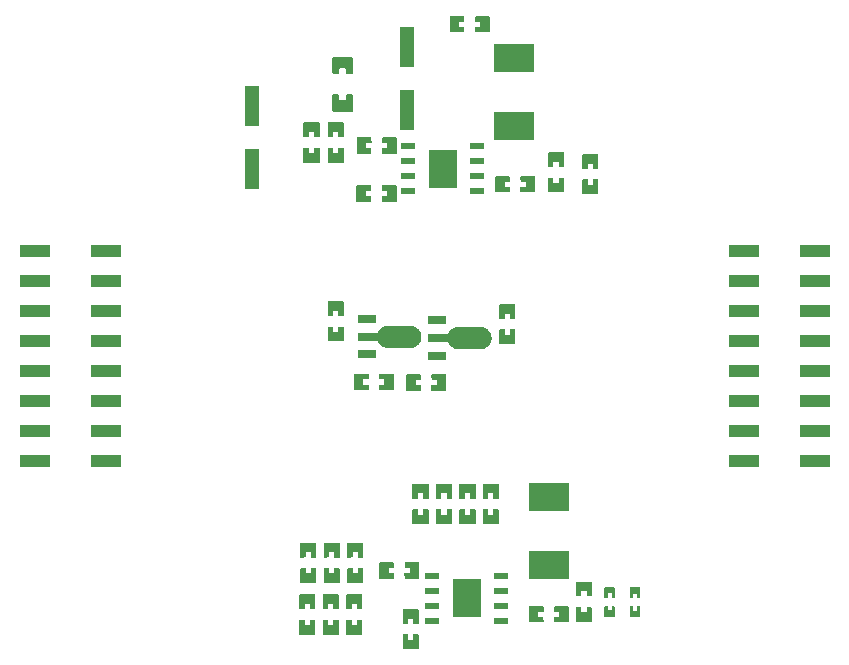
<source format=gtp>
G04 Layer: TopPasteMaskLayer*
G04 EasyEDA Pro v2.1.21.9b64d12f.b3811b, 2024-07-11 20:19:00*
G04 Gerber Generator version 0.3*
G04 Scale: 100 percent, Rotated: No, Reflected: No*
G04 Dimensions in millimeters*
G04 Leading zeros omitted, absolute positions, 3 integers and 3 decimals*
%FSLAX33Y33*%
%MOMM*%
%ADD10R,1.2X3.5*%
%ADD11R,3.5X2.35*%
%ADD12R,1.2X3.5*%
%ADD13R,1.2X0.6*%
%ADD14R,2.4X3.3*%
%ADD15R,1.575X0.672*%
%ADD16R,2.5X1.02*%
%ADD17R,2.5092X1.02*%
%ADD18R,2.5X1.02*%
G75*


G04 PolygonModel Start*
G36*
G01X64546Y-36015D02*
G01X65826Y-36015D01*
G01X65876Y-36065D01*
G01Y-37215D01*
G01X65826Y-37265D01*
G01X65416Y-37270D01*
G01Y-36820D01*
G01X64966D01*
G01Y-37260D01*
G01X64546Y-37265D01*
G01X64496Y-37215D01*
G01Y-36065D01*
G01X64546Y-36015D01*
G37*
G36*
G01X64546Y-38165D02*
G01X64966Y-38165D01*
G01Y-38610D01*
G01X65416D01*
G01Y-38170D01*
G01X65826Y-38165D01*
G01X65876Y-38215D01*
G01Y-39365D01*
G01X65826Y-39415D01*
G01X64546D01*
G01X64496Y-39365D01*
G01Y-38215D01*
G01X64546Y-38165D01*
G37*
G36*
G01X66592Y-36015D02*
G01X67872Y-36015D01*
G01X67922Y-36065D01*
G01Y-37215D01*
G01X67872Y-37265D01*
G01X67462Y-37270D01*
G01Y-36820D01*
G01X67012D01*
G01Y-37260D01*
G01X66592Y-37265D01*
G01X66542Y-37215D01*
G01Y-36065D01*
G01X66592Y-36015D01*
G37*
G36*
G01X66592Y-38165D02*
G01X67012Y-38165D01*
G01Y-38610D01*
G01X67462D01*
G01Y-38170D01*
G01X67872Y-38165D01*
G01X67922Y-38215D01*
G01Y-39365D01*
G01X67872Y-39415D01*
G01X66592D01*
G01X66542Y-39365D01*
G01Y-38215D01*
G01X66592Y-38165D01*
G37*
G36*
G01X68980Y-42677D02*
G01X68980Y-41397D01*
G01X69030Y-41347D01*
G01X70180D01*
G01X70230Y-41397D01*
G01X70235Y-41807D01*
G01X69785D01*
G01Y-42257D01*
G01X70225D01*
G01X70230Y-42677D01*
G01X70180Y-42727D01*
G01X69030D01*
G01X68980Y-42677D01*
G37*
G36*
G01X71130Y-42677D02*
G01X71130Y-42257D01*
G01X71575D01*
G01Y-41807D01*
G01X71135D01*
G01X71130Y-41397D01*
G01X71180Y-41347D01*
G01X72330D01*
G01X72380Y-41397D01*
G01Y-42677D01*
G01X72330Y-42727D01*
G01X71180D01*
G01X71130Y-42677D01*
G37*
G36*
G01X69005Y-38593D02*
G01X69005Y-37313D01*
G01X69055Y-37263D01*
G01X70205D01*
G01X70255Y-37313D01*
G01X70260Y-37723D01*
G01X69810D01*
G01Y-38173D01*
G01X70250D01*
G01X70255Y-38593D01*
G01X70205Y-38643D01*
G01X69055D01*
G01X69005Y-38593D01*
G37*
G36*
G01X71155Y-38593D02*
G01X71155Y-38173D01*
G01X71600D01*
G01Y-37723D01*
G01X71160D01*
G01X71155Y-37313D01*
G01X71205Y-37263D01*
G01X72355D01*
G01X72405Y-37313D01*
G01Y-38593D01*
G01X72355Y-38643D01*
G01X71205D01*
G01X71155Y-38593D01*
G37*
G36*
G01X68582Y-31916D02*
G01X68212Y-31916D01*
G01X68112Y-31816D01*
G01Y-31511D01*
G01X68012Y-31411D01*
G01X67624D01*
G01X67524Y-31511D01*
G01Y-31816D01*
G01X67424Y-31916D01*
G01X67054D01*
G01X66954Y-31816D01*
G01Y-30531D01*
G01X67054Y-30431D01*
G01X68582D01*
G01X68682Y-30531D01*
G01Y-31816D01*
G01X68582Y-31916D01*
G37*
G36*
G01X68582Y-33616D02*
G01X68212Y-33616D01*
G01X68112Y-33716D01*
G01Y-34021D01*
G01X68012Y-34121D01*
G01X67624D01*
G01X67524Y-34021D01*
G01Y-33716D01*
G01X67424Y-33616D01*
G01X67054D01*
G01X66954Y-33716D01*
G01Y-35001D01*
G01X67054Y-35101D01*
G01X68582D01*
G01X68682Y-35001D01*
G01Y-33716D01*
G01X68582Y-33616D01*
G37*
G36*
G01X80720Y-41886D02*
G01X80720Y-40606D01*
G01X80770Y-40556D01*
G01X81920D01*
G01X81970Y-40606D01*
G01X81975Y-41016D01*
G01X81525D01*
G01Y-41466D01*
G01X81965D01*
G01X81970Y-41886D01*
G01X81920Y-41936D01*
G01X80770D01*
G01X80720Y-41886D01*
G37*
G36*
G01X82870Y-41886D02*
G01X82870Y-41466D01*
G01X83315D01*
G01Y-41016D01*
G01X82875D01*
G01X82870Y-40606D01*
G01X82920Y-40556D01*
G01X84070D01*
G01X84120Y-40606D01*
G01Y-41886D01*
G01X84070Y-41936D01*
G01X82920D01*
G01X82870Y-41886D01*
G37*
G36*
G01X80269Y-27046D02*
G01X80269Y-28326D01*
G01X80219Y-28376D01*
G01X79069D01*
G01X79019Y-28326D01*
G01X79014Y-27916D01*
G01X79464D01*
G01Y-27466D01*
G01X79024D01*
G01X79019Y-27046D01*
G01X79069Y-26996D01*
G01X80219D01*
G01X80269Y-27046D01*
G37*
G36*
G01X78119Y-27046D02*
G01X78119Y-27466D01*
G01X77674D01*
G01Y-27916D01*
G01X78114D01*
G01X78119Y-28326D01*
G01X78069Y-28376D01*
G01X76919D01*
G01X76869Y-28326D01*
G01Y-27046D01*
G01X76919Y-26996D01*
G01X78069D01*
G01X78119Y-27046D01*
G37*
G36*
G01X66592Y-51157D02*
G01X67872Y-51157D01*
G01X67922Y-51207D01*
G01Y-52357D01*
G01X67872Y-52407D01*
G01X67462Y-52412D01*
G01Y-51962D01*
G01X67012D01*
G01Y-52402D01*
G01X66592Y-52407D01*
G01X66542Y-52357D01*
G01Y-51207D01*
G01X66592Y-51157D01*
G37*
G36*
G01X66592Y-53307D02*
G01X67012Y-53307D01*
G01Y-53752D01*
G01X67462D01*
G01Y-53312D01*
G01X67872Y-53307D01*
G01X67922Y-53357D01*
G01Y-54507D01*
G01X67872Y-54557D01*
G01X66592D01*
G01X66542Y-54507D01*
G01Y-53357D01*
G01X66592Y-53307D01*
G37*
G36*
G01X68764Y-58619D02*
G01X68764Y-57339D01*
G01X68814Y-57289D01*
G01X69964D01*
G01X70014Y-57339D01*
G01X70019Y-57749D01*
G01X69569D01*
G01Y-58199D01*
G01X70009D01*
G01X70014Y-58619D01*
G01X69964Y-58669D01*
G01X68814D01*
G01X68764Y-58619D01*
G37*
G36*
G01X70914Y-58619D02*
G01X70914Y-58199D01*
G01X71359D01*
G01Y-57749D01*
G01X70919D01*
G01X70914Y-57339D01*
G01X70964Y-57289D01*
G01X72114D01*
G01X72164Y-57339D01*
G01Y-58619D01*
G01X72114Y-58669D01*
G01X70964D01*
G01X70914Y-58619D01*
G37*
G36*
G01X81113Y-51383D02*
G01X82393Y-51383D01*
G01X82443Y-51433D01*
G01Y-52583D01*
G01X82393Y-52633D01*
G01X81983Y-52638D01*
G01Y-52188D01*
G01X81533D01*
G01Y-52628D01*
G01X81113Y-52633D01*
G01X81063Y-52583D01*
G01Y-51433D01*
G01X81113Y-51383D01*
G37*
G36*
G01X81113Y-53533D02*
G01X81533Y-53533D01*
G01Y-53978D01*
G01X81983D01*
G01Y-53538D01*
G01X82393Y-53533D01*
G01X82443Y-53583D01*
G01Y-54733D01*
G01X82393Y-54783D01*
G01X81113D01*
G01X81063Y-54733D01*
G01Y-53583D01*
G01X81113Y-53533D01*
G37*
G36*
G01X76587Y-57379D02*
G01X76587Y-58659D01*
G01X76537Y-58709D01*
G01X75387D01*
G01X75337Y-58659D01*
G01X75332Y-58249D01*
G01X75782D01*
G01Y-57799D01*
G01X75342D01*
G01X75337Y-57379D01*
G01X75387Y-57329D01*
G01X76537D01*
G01X76587Y-57379D01*
G37*
G36*
G01X74437Y-57379D02*
G01X74437Y-57799D01*
G01X73992D01*
G01Y-58249D01*
G01X74432D01*
G01X74437Y-58659D01*
G01X74387Y-58709D01*
G01X73237D01*
G01X73187Y-58659D01*
G01Y-57379D01*
G01X73237Y-57329D01*
G01X74387D01*
G01X74437Y-57379D01*
G37*
G36*
G01X65543Y-74999D02*
G01X64263Y-74999D01*
G01X64213Y-74949D01*
G01Y-73799D01*
G01X64263Y-73749D01*
G01X64673Y-73744D01*
G01Y-74194D01*
G01X65123D01*
G01Y-73754D01*
G01X65543Y-73749D01*
G01X65593Y-73799D01*
G01Y-74949D01*
G01X65543Y-74999D01*
G37*
G36*
G01X65543Y-72849D02*
G01X65123Y-72849D01*
G01Y-72404D01*
G01X64673D01*
G01Y-72844D01*
G01X64263Y-72849D01*
G01X64213Y-72799D01*
G01Y-71649D01*
G01X64263Y-71599D01*
G01X65543D01*
G01X65593Y-71649D01*
G01Y-72799D01*
G01X65543Y-72849D01*
G37*
G36*
G01X67532Y-74999D02*
G01X66252Y-74999D01*
G01X66202Y-74949D01*
G01Y-73799D01*
G01X66252Y-73749D01*
G01X66662Y-73744D01*
G01Y-74194D01*
G01X67112D01*
G01Y-73754D01*
G01X67532Y-73749D01*
G01X67582Y-73799D01*
G01Y-74949D01*
G01X67532Y-74999D01*
G37*
G36*
G01X67532Y-72849D02*
G01X67112Y-72849D01*
G01Y-72404D01*
G01X66662D01*
G01Y-72844D01*
G01X66252Y-72849D01*
G01X66202Y-72799D01*
G01Y-71649D01*
G01X66252Y-71599D01*
G01X67532D01*
G01X67582Y-71649D01*
G01Y-72799D01*
G01X67532Y-72849D01*
G37*
G36*
G01X69521Y-74999D02*
G01X68241Y-74999D01*
G01X68191Y-74949D01*
G01Y-73799D01*
G01X68241Y-73749D01*
G01X68651Y-73744D01*
G01Y-74194D01*
G01X69101D01*
G01Y-73754D01*
G01X69521Y-73749D01*
G01X69571Y-73799D01*
G01Y-74949D01*
G01X69521Y-74999D01*
G37*
G36*
G01X69521Y-72849D02*
G01X69101Y-72849D01*
G01Y-72404D01*
G01X68651D01*
G01Y-72844D01*
G01X68241Y-72849D01*
G01X68191Y-72799D01*
G01Y-71649D01*
G01X68241Y-71599D01*
G01X69521D01*
G01X69571Y-71649D01*
G01Y-72799D01*
G01X69521Y-72849D01*
G37*
G36*
G01X68156Y-75967D02*
G01X69436Y-75967D01*
G01X69486Y-76017D01*
G01Y-77167D01*
G01X69436Y-77217D01*
G01X69026Y-77222D01*
G01Y-76772D01*
G01X68576D01*
G01Y-77212D01*
G01X68156Y-77217D01*
G01X68106Y-77167D01*
G01Y-76017D01*
G01X68156Y-75967D01*
G37*
G36*
G01X68156Y-78117D02*
G01X68576Y-78117D01*
G01Y-78562D01*
G01X69026D01*
G01Y-78122D01*
G01X69436Y-78117D01*
G01X69486Y-78167D01*
G01Y-79317D01*
G01X69436Y-79367D01*
G01X68156D01*
G01X68106Y-79317D01*
G01Y-78167D01*
G01X68156Y-78117D01*
G37*
G36*
G01X66167Y-75967D02*
G01X67447Y-75967D01*
G01X67497Y-76017D01*
G01Y-77167D01*
G01X67447Y-77217D01*
G01X67037Y-77222D01*
G01Y-76772D01*
G01X66587D01*
G01Y-77212D01*
G01X66167Y-77217D01*
G01X66117Y-77167D01*
G01Y-76017D01*
G01X66167Y-75967D01*
G37*
G36*
G01X66167Y-78117D02*
G01X66587Y-78117D01*
G01Y-78562D01*
G01X67037D01*
G01Y-78122D01*
G01X67447Y-78117D01*
G01X67497Y-78167D01*
G01Y-79317D01*
G01X67447Y-79367D01*
G01X66167D01*
G01X66117Y-79317D01*
G01Y-78167D01*
G01X66167Y-78117D01*
G37*
G36*
G01X64178Y-75967D02*
G01X65458Y-75967D01*
G01X65508Y-76017D01*
G01Y-77167D01*
G01X65458Y-77217D01*
G01X65048Y-77222D01*
G01Y-76772D01*
G01X64598D01*
G01Y-77212D01*
G01X64178Y-77217D01*
G01X64128Y-77167D01*
G01Y-76017D01*
G01X64178Y-75967D01*
G37*
G36*
G01X64178Y-78117D02*
G01X64598Y-78117D01*
G01Y-78562D01*
G01X65048D01*
G01Y-78122D01*
G01X65458Y-78117D01*
G01X65508Y-78167D01*
G01Y-79317D01*
G01X65458Y-79367D01*
G01X64178D01*
G01X64128Y-79317D01*
G01Y-78167D01*
G01X64178Y-78117D01*
G37*
G36*
G01X74307Y-73312D02*
G01X74307Y-74592D01*
G01X74257Y-74642D01*
G01X73107D01*
G01X73057Y-74592D01*
G01X73052Y-74182D01*
G01X73502D01*
G01Y-73732D01*
G01X73062D01*
G01X73057Y-73312D01*
G01X73107Y-73262D01*
G01X74257D01*
G01X74307Y-73312D01*
G37*
G36*
G01X72157Y-73312D02*
G01X72157Y-73732D01*
G01X71712D01*
G01Y-74182D01*
G01X72152D01*
G01X72157Y-74592D01*
G01X72107Y-74642D01*
G01X70957D01*
G01X70907Y-74592D01*
G01Y-73312D01*
G01X70957Y-73262D01*
G01X72107D01*
G01X72157Y-73312D01*
G37*
G36*
G01X86977Y-77017D02*
G01X86977Y-78297D01*
G01X86927Y-78347D01*
G01X85777D01*
G01X85727Y-78297D01*
G01X85722Y-77887D01*
G01X86172D01*
G01Y-77437D01*
G01X85732D01*
G01X85727Y-77017D01*
G01X85777Y-76967D01*
G01X86927D01*
G01X86977Y-77017D01*
G37*
G36*
G01X84827Y-77017D02*
G01X84827Y-77437D01*
G01X84382D01*
G01Y-77887D01*
G01X84822D01*
G01X84827Y-78297D01*
G01X84777Y-78347D01*
G01X83627D01*
G01X83577Y-78297D01*
G01Y-77017D01*
G01X83627Y-76967D01*
G01X84777D01*
G01X84827Y-77017D01*
G37*
G36*
G01X75054Y-70012D02*
G01X73774Y-70012D01*
G01X73724Y-69962D01*
G01Y-68812D01*
G01X73774Y-68762D01*
G01X74184Y-68757D01*
G01Y-69207D01*
G01X74634D01*
G01Y-68767D01*
G01X75054Y-68762D01*
G01X75104Y-68812D01*
G01Y-69962D01*
G01X75054Y-70012D01*
G37*
G36*
G01X75054Y-67862D02*
G01X74634Y-67862D01*
G01Y-67417D01*
G01X74184D01*
G01Y-67857D01*
G01X73774Y-67862D01*
G01X73724Y-67812D01*
G01Y-66662D01*
G01X73774Y-66612D01*
G01X75054D01*
G01X75104Y-66662D01*
G01Y-67812D01*
G01X75054Y-67862D01*
G37*
G36*
G01X81003Y-70012D02*
G01X79723Y-70012D01*
G01X79673Y-69962D01*
G01Y-68812D01*
G01X79723Y-68762D01*
G01X80133Y-68757D01*
G01Y-69207D01*
G01X80583D01*
G01Y-68767D01*
G01X81003Y-68762D01*
G01X81053Y-68812D01*
G01Y-69962D01*
G01X81003Y-70012D01*
G37*
G36*
G01X81003Y-67862D02*
G01X80583Y-67862D01*
G01Y-67417D01*
G01X80133D01*
G01Y-67857D01*
G01X79723Y-67862D01*
G01X79673Y-67812D01*
G01Y-66662D01*
G01X79723Y-66612D01*
G01X81003D01*
G01X81053Y-66662D01*
G01Y-67812D01*
G01X81003Y-67862D01*
G37*
G36*
G01X77037Y-70012D02*
G01X75757Y-70012D01*
G01X75707Y-69962D01*
G01Y-68812D01*
G01X75757Y-68762D01*
G01X76167Y-68757D01*
G01Y-69207D01*
G01X76617D01*
G01Y-68767D01*
G01X77037Y-68762D01*
G01X77087Y-68812D01*
G01Y-69962D01*
G01X77037Y-70012D01*
G37*
G36*
G01X77037Y-67862D02*
G01X76617Y-67862D01*
G01Y-67417D01*
G01X76167D01*
G01Y-67857D01*
G01X75757Y-67862D01*
G01X75707Y-67812D01*
G01Y-66662D01*
G01X75757Y-66612D01*
G01X77037D01*
G01X77087Y-66662D01*
G01Y-67812D01*
G01X77037Y-67862D01*
G37*
G36*
G01X79020Y-70012D02*
G01X77740Y-70012D01*
G01X77690Y-69962D01*
G01Y-68812D01*
G01X77740Y-68762D01*
G01X78150Y-68757D01*
G01Y-69207D01*
G01X78600D01*
G01Y-68767D01*
G01X79020Y-68762D01*
G01X79070Y-68812D01*
G01Y-69962D01*
G01X79020Y-70012D01*
G37*
G36*
G01X79020Y-67862D02*
G01X78600Y-67862D01*
G01Y-67417D01*
G01X78150D01*
G01Y-67857D01*
G01X77740Y-67862D01*
G01X77690Y-67812D01*
G01Y-66662D01*
G01X77740Y-66612D01*
G01X79020D01*
G01X79070Y-66662D01*
G01Y-67812D01*
G01X79020Y-67862D01*
G37*
G36*
G01X92133Y-75415D02*
G01X92133Y-76215D01*
G01X92183Y-76265D01*
G01X92411D01*
G01Y-75895D01*
G01X92741D01*
G01Y-76265D01*
G01X92983D01*
G01X93033Y-76215D01*
G01Y-75415D01*
G01X92983Y-75365D01*
G01X92183D01*
G01X92133Y-75415D01*
G37*
G36*
G01X92183Y-76965D02*
G01X92411Y-76965D01*
G01Y-77345D01*
G01X92741D01*
G01Y-76965D01*
G01X92983D01*
G01X93033Y-77015D01*
G01Y-77805D01*
G01X92983Y-77855D01*
G01X92183D01*
G01X92133Y-77805D01*
G01Y-77015D01*
G01X92183Y-76965D01*
G37*
G36*
G01X90874Y-77805D02*
G01X90874Y-77005D01*
G01X90824Y-76955D01*
G01X90596D01*
G01Y-77325D01*
G01X90266D01*
G01Y-76955D01*
G01X90024D01*
G01X89974Y-77005D01*
G01Y-77805D01*
G01X90024Y-77855D01*
G01X90824D01*
G01X90874Y-77805D01*
G37*
G36*
G01X90824Y-76255D02*
G01X90596Y-76255D01*
G01Y-75875D01*
G01X90266D01*
G01Y-76255D01*
G01X90024D01*
G01X89974Y-76205D01*
G01Y-75415D01*
G01X90024Y-75365D01*
G01X90824D01*
G01X90874Y-75415D01*
G01Y-76205D01*
G01X90824Y-76255D01*
G37*
G36*
G01X88133Y-38686D02*
G01X89413Y-38686D01*
G01X89463Y-38736D01*
G01Y-39886D01*
G01X89413Y-39936D01*
G01X89003Y-39941D01*
G01Y-39491D01*
G01X88553D01*
G01Y-39931D01*
G01X88133Y-39936D01*
G01X88083Y-39886D01*
G01Y-38736D01*
G01X88133Y-38686D01*
G37*
G36*
G01X88133Y-40836D02*
G01X88553Y-40836D01*
G01Y-41281D01*
G01X89003D01*
G01Y-40841D01*
G01X89413Y-40836D01*
G01X89463Y-40886D01*
G01Y-42036D01*
G01X89413Y-42086D01*
G01X88133D01*
G01X88083Y-42036D01*
G01Y-40886D01*
G01X88133Y-40836D01*
G37*
G36*
G01X74235Y-80607D02*
G01X72955Y-80607D01*
G01X72905Y-80557D01*
G01Y-79407D01*
G01X72955Y-79357D01*
G01X73365Y-79352D01*
G01Y-79802D01*
G01X73815D01*
G01Y-79362D01*
G01X74235Y-79357D01*
G01X74285Y-79407D01*
G01Y-80557D01*
G01X74235Y-80607D01*
G37*
G36*
G01X74235Y-78457D02*
G01X73815Y-78457D01*
G01Y-78012D01*
G01X73365D01*
G01Y-78452D01*
G01X72955Y-78457D01*
G01X72905Y-78407D01*
G01Y-77257D01*
G01X72955Y-77207D01*
G01X74235D01*
G01X74285Y-77257D01*
G01Y-78407D01*
G01X74235Y-78457D01*
G37*
G36*
G01X86537Y-41928D02*
G01X85257Y-41928D01*
G01X85207Y-41878D01*
G01Y-40728D01*
G01X85257Y-40678D01*
G01X85667Y-40673D01*
G01Y-41123D01*
G01X86117D01*
G01Y-40683D01*
G01X86537Y-40678D01*
G01X86587Y-40728D01*
G01Y-41878D01*
G01X86537Y-41928D01*
G37*
G36*
G01X86537Y-39778D02*
G01X86117Y-39778D01*
G01Y-39333D01*
G01X85667D01*
G01Y-39773D01*
G01X85257Y-39778D01*
G01X85207Y-39728D01*
G01Y-38578D01*
G01X85257Y-38528D01*
G01X86537D01*
G01X86587Y-38578D01*
G01Y-39728D01*
G01X86537Y-39778D01*
G37*
G36*
G01X88886Y-78285D02*
G01X87606Y-78285D01*
G01X87556Y-78235D01*
G01Y-77085D01*
G01X87606Y-77035D01*
G01X88016Y-77030D01*
G01Y-77480D01*
G01X88466D01*
G01Y-77040D01*
G01X88886Y-77035D01*
G01X88936Y-77085D01*
G01Y-78235D01*
G01X88886Y-78285D01*
G37*
G36*
G01X88886Y-76135D02*
G01X88466Y-76135D01*
G01Y-75690D01*
G01X88016D01*
G01Y-76130D01*
G01X87606Y-76135D01*
G01X87556Y-76085D01*
G01Y-74935D01*
G01X87606Y-74885D01*
G01X88886D01*
G01X88936Y-74935D01*
G01Y-76085D01*
G01X88886Y-76135D01*
G37*
G04 PolygonModel End*

G04 Pad Start*
G54D10*
G01X60119Y-39934D03*
G01X60119Y-34594D03*
G54D11*
G01X82347Y-36276D03*
G01X82347Y-30576D03*
G54D12*
G01X73279Y-29588D03*
G01X73279Y-34928D03*
G54D13*
G01X73392Y-38025D03*
G01X73392Y-39295D03*
G01X73392Y-40565D03*
G01X73392Y-41835D03*
G01X79208Y-41835D03*
G01X79208Y-40565D03*
G01X79208Y-39295D03*
G01X79208Y-38025D03*
G54D14*
G01X76300Y-39930D03*
G54D15*
G01X75842Y-52763D03*
G01X75842Y-55763D03*
G36*
G01X79481Y-55213D02*
G01X77627Y-55213D01*
G01X77582Y-55212D01*
G01X77538Y-55209D01*
G01X77494Y-55203D01*
G01X77450Y-55196D01*
G01X77406Y-55187D01*
G01X77363Y-55175D01*
G01X77321Y-55162D01*
G01X77279Y-55147D01*
G01X77238Y-55129D01*
G01X77198Y-55110D01*
G01X77158Y-55089D01*
G01X77120Y-55066D01*
G01X77083Y-55042D01*
G01X77047Y-55015D01*
G01X77013Y-54987D01*
G01X76979Y-54958D01*
G01X76947Y-54927D01*
G01X76917Y-54894D01*
G01X76888Y-54860D01*
G01X76861Y-54825D01*
G01X76835Y-54788D01*
G01X76812Y-54751D01*
G01X76790Y-54712D01*
G01X76770Y-54672D01*
G01X76751Y-54593D01*
G01X75054D01*
G01Y-53933D01*
G01X76751D01*
G01X76770Y-53854D01*
G01X76790Y-53814D01*
G01X76812Y-53775D01*
G01X76835Y-53737D01*
G01X76861Y-53701D01*
G01X76888Y-53666D01*
G01X76917Y-53632D01*
G01X76947Y-53599D01*
G01X76979Y-53568D01*
G01X77013Y-53538D01*
G01X77047Y-53510D01*
G01X77083Y-53484D01*
G01X77120Y-53459D01*
G01X77158Y-53436D01*
G01X77198Y-53415D01*
G01X77238Y-53396D01*
G01X77279Y-53379D01*
G01X77321Y-53364D01*
G01X77363Y-53350D01*
G01X77406Y-53339D01*
G01X77450Y-53329D01*
G01X77494Y-53322D01*
G01X77538Y-53317D01*
G01X77582Y-53314D01*
G01X77627Y-53313D01*
G01X79481D01*
G01X79526Y-53314D01*
G01X79570Y-53317D01*
G01X79614Y-53322D01*
G01X79658Y-53329D01*
G01X79702Y-53339D01*
G01X79745Y-53350D01*
G01X79787Y-53364D01*
G01X79829Y-53379D01*
G01X79870Y-53396D01*
G01X79910Y-53415D01*
G01X79950Y-53436D01*
G01X79988Y-53459D01*
G01X80025Y-53484D01*
G01X80061Y-53510D01*
G01X80096Y-53538D01*
G01X80129Y-53568D01*
G01X80161Y-53599D01*
G01X80191Y-53632D01*
G01X80220Y-53666D01*
G01X80247Y-53701D01*
G01X80273Y-53737D01*
G01X80296Y-53775D01*
G01X80318Y-53814D01*
G01X80338Y-53854D01*
G01X80357Y-53894D01*
G01X80373Y-53936D01*
G01X80387Y-53978D01*
G01X80400Y-54021D01*
G01X80410Y-54064D01*
G01X80418Y-54108D01*
G01X80425Y-54152D01*
G01X80429Y-54196D01*
G01X80431Y-54241D01*
G01Y-54285D01*
G01X80429Y-54330D01*
G01X80425Y-54374D01*
G01X80418Y-54418D01*
G01X80410Y-54462D01*
G01X80400Y-54505D01*
G01X80387Y-54548D01*
G01X80373Y-54590D01*
G01X80357Y-54632D01*
G01X80338Y-54672D01*
G01X80318Y-54712D01*
G01X80296Y-54751D01*
G01X80273Y-54788D01*
G01X80247Y-54825D01*
G01X80220Y-54860D01*
G01X80191Y-54894D01*
G01X80161Y-54927D01*
G01X80129Y-54958D01*
G01X80096Y-54987D01*
G01X80061Y-55015D01*
G01X80025Y-55042D01*
G01X79988Y-55066D01*
G01X79950Y-55089D01*
G01X79910Y-55110D01*
G01X79870Y-55129D01*
G01X79829Y-55147D01*
G01X79787Y-55162D01*
G01X79745Y-55175D01*
G01X79702Y-55187D01*
G01X79658Y-55196D01*
G01X79614Y-55203D01*
G01X79570Y-55209D01*
G01X79526Y-55212D01*
G01X79481Y-55213D01*
G37*
G01X69895Y-52658D03*
G01X69895Y-55658D03*
G36*
G01X73534Y-55108D02*
G01X71680Y-55108D01*
G01X71635Y-55107D01*
G01X71591Y-55104D01*
G01X71547Y-55099D01*
G01X71503Y-55091D01*
G01X71459Y-55082D01*
G01X71416Y-55071D01*
G01X71374Y-55057D01*
G01X71332Y-55042D01*
G01X71291Y-55025D01*
G01X71251Y-55006D01*
G01X71211Y-54985D01*
G01X71173Y-54962D01*
G01X71136Y-54937D01*
G01X71100Y-54911D01*
G01X71066Y-54883D01*
G01X71032Y-54853D01*
G01X71000Y-54822D01*
G01X70970Y-54789D01*
G01X70941Y-54755D01*
G01X70914Y-54720D01*
G01X70889Y-54684D01*
G01X70865Y-54646D01*
G01X70843Y-54607D01*
G01X70823Y-54567D01*
G01X70804Y-54488D01*
G01X69107D01*
G01Y-53828D01*
G01X70804D01*
G01X70823Y-53749D01*
G01X70843Y-53709D01*
G01X70865Y-53670D01*
G01X70889Y-53633D01*
G01X70914Y-53596D01*
G01X70941Y-53561D01*
G01X70970Y-53527D01*
G01X71000Y-53494D01*
G01X71032Y-53463D01*
G01X71066Y-53434D01*
G01X71100Y-53406D01*
G01X71136Y-53379D01*
G01X71173Y-53355D01*
G01X71211Y-53332D01*
G01X71251Y-53311D01*
G01X71291Y-53291D01*
G01X71332Y-53274D01*
G01X71374Y-53259D01*
G01X71416Y-53245D01*
G01X71459Y-53234D01*
G01X71503Y-53225D01*
G01X71547Y-53218D01*
G01X71591Y-53212D01*
G01X71635Y-53209D01*
G01X71680Y-53208D01*
G01X73534D01*
G01X73579Y-53209D01*
G01X73623Y-53212D01*
G01X73667Y-53218D01*
G01X73711Y-53225D01*
G01X73755Y-53234D01*
G01X73798Y-53245D01*
G01X73840Y-53259D01*
G01X73882Y-53274D01*
G01X73923Y-53291D01*
G01X73964Y-53311D01*
G01X74003Y-53332D01*
G01X74041Y-53355D01*
G01X74078Y-53379D01*
G01X74114Y-53406D01*
G01X74149Y-53434D01*
G01X74182Y-53463D01*
G01X74214Y-53494D01*
G01X74244Y-53527D01*
G01X74273Y-53561D01*
G01X74300Y-53596D01*
G01X74326Y-53633D01*
G01X74349Y-53670D01*
G01X74371Y-53709D01*
G01X74392Y-53749D01*
G01X74410Y-53789D01*
G01X74426Y-53831D01*
G01X74440Y-53873D01*
G01X74453Y-53916D01*
G01X74463Y-53959D01*
G01X74471Y-54003D01*
G01X74478Y-54047D01*
G01X74482Y-54091D01*
G01X74484Y-54136D01*
G01Y-54180D01*
G01X74482Y-54225D01*
G01X74478Y-54269D01*
G01X74471Y-54313D01*
G01X74463Y-54357D01*
G01X74453Y-54400D01*
G01X74440Y-54443D01*
G01X74426Y-54485D01*
G01X74410Y-54527D01*
G01X74392Y-54567D01*
G01X74371Y-54607D01*
G01X74349Y-54646D01*
G01X74326Y-54684D01*
G01X74300Y-54720D01*
G01X74273Y-54755D01*
G01X74244Y-54789D01*
G01X74214Y-54822D01*
G01X74182Y-54853D01*
G01X74149Y-54883D01*
G01X74114Y-54911D01*
G01X74078Y-54937D01*
G01X74041Y-54962D01*
G01X74003Y-54985D01*
G01X73964Y-55006D01*
G01X73923Y-55025D01*
G01X73882Y-55042D01*
G01X73840Y-55057D01*
G01X73798Y-55071D01*
G01X73755Y-55082D01*
G01X73711Y-55091D01*
G01X73667Y-55099D01*
G01X73623Y-55104D01*
G01X73579Y-55107D01*
G01X73534Y-55108D01*
G37*
G54D13*
G01X75418Y-74402D03*
G01X75418Y-75672D03*
G01X75418Y-76942D03*
G01X75418Y-78212D03*
G01X81234Y-78212D03*
G01X81234Y-76942D03*
G01X81234Y-75672D03*
G01X81234Y-74402D03*
G54D14*
G01X78326Y-76307D03*
G54D11*
G01X85277Y-73462D03*
G01X85277Y-67762D03*
G54D16*
G01X41769Y-57057D03*
G01X47769Y-57057D03*
G01X41769Y-59597D03*
G01X47769Y-59597D03*
G01X41769Y-62137D03*
G01X47769Y-62137D03*
G01X41769Y-64677D03*
G01X47769Y-64677D03*
G01X47769Y-54517D03*
G01X41769Y-54517D03*
G01X47769Y-51977D03*
G01X41769Y-51977D03*
G01X47769Y-49437D03*
G01X41769Y-49437D03*
G01X47769Y-46897D03*
G01X41769Y-46897D03*
G54D18*
G01X107769Y-54517D03*
G01X101769Y-54517D03*
G01X107769Y-51977D03*
G01X101769Y-51977D03*
G01X107769Y-49437D03*
G01X101769Y-49437D03*
G01X107769Y-46897D03*
G01X101769Y-46897D03*
G01X101769Y-57057D03*
G01X107769Y-57057D03*
G01X101769Y-59597D03*
G01X107769Y-59597D03*
G01X101769Y-62137D03*
G01X107769Y-62137D03*
G01X101769Y-64677D03*
G01X107769Y-64677D03*
G04 Pad End*

M02*

</source>
